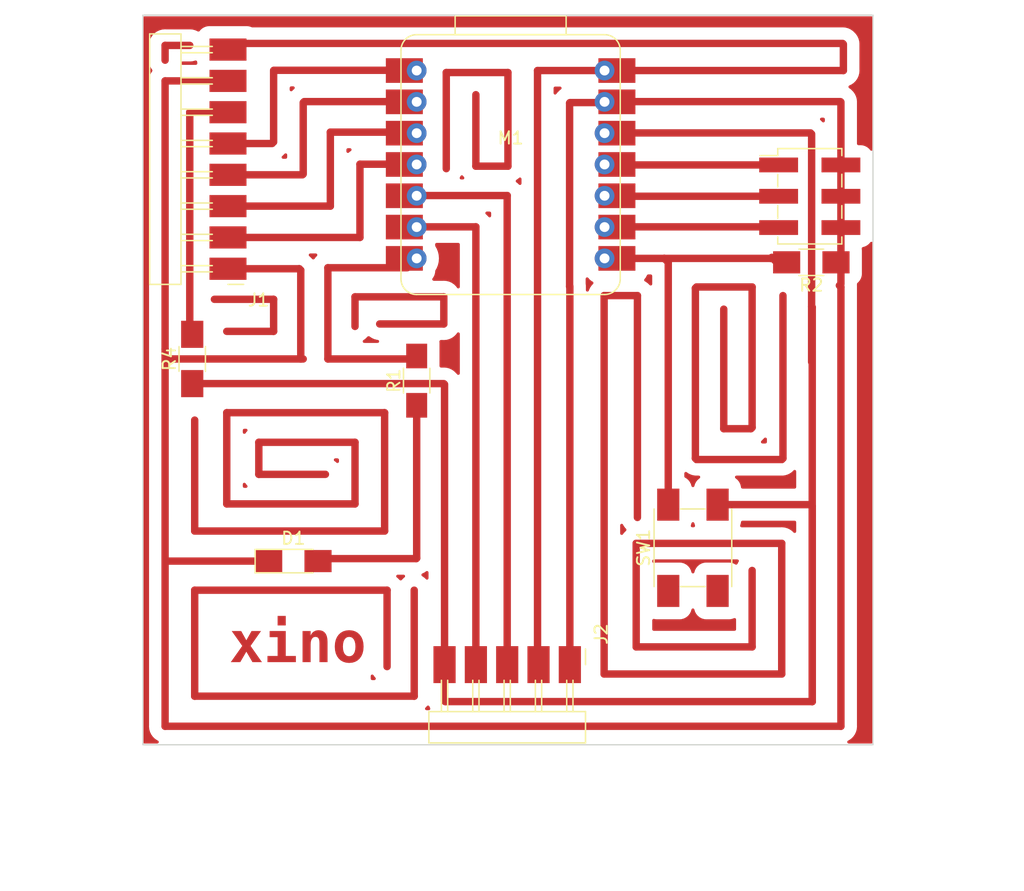
<source format=kicad_pcb>
(kicad_pcb (version 20221018) (generator pcbnew)
  (layers (0 "F.Cu" signal) (31 "B.Cu" signal) (34 "B.Paste" user) (35 "F.Paste" user) (36 "B.SilkS" user "B.Silkscreen") (37 "F.SilkS" user "F.Silkscreen") (38 "B.Mask" user) (39 "F.Mask" user) (44 "Edge.Cuts" user))
  (net 0 "")
  (net 1 "D6{slash}TX")
  (net 2 "PWR_GND")
  (net 3 "AD3")
  (net 4 "AD2")
  (net 5 "AD1")
  (net 6 "AD0")
  (net 7 "PWR_3V3")
  (net 8 "PWR_5V")
  (net 9 "D4{slash}SDL")
  (net 10 "D5{slash}SCL")
  (net 11 "D10")
  (net 12 "D9")
  (net 13 "D8")
  (net 14 "D7")
  (net 15 "Net-(D1-A)")
  (footprint "fab:PinHeader_1x08_P2.54mm_Horizontal_SMD" (layer "F.Cu") (at 15.1 29.12 180)
    (fp_text reference "J1" (at -1.524 -2.54) (layer "F.SilkS") (effects (justify left)))
    (fp_text value "Conn_PinHeader_1x08_P2.54mm_Horizontal_SMD")
    (fp_line (start -1.27 -1.27) (end 0 -1.27) (stroke (width 0.12)) (layer "F.SilkS"))
    (fp_line (start 3.81 -1.27) (end 6.35 -1.27) (stroke (width 0.12)) (layer "F.SilkS"))
    (fp_line (start 3.81 -0.254) (end 1.27 -0.254) (stroke (width 0.12)) (layer "F.SilkS"))
    (fp_line (start 3.81 0.254) (end 1.27 0.254) (stroke (width 0.12)) (layer "F.SilkS"))
    (fp_line (start 3.81 2.286) (end 1.27 2.286) (stroke (width 0.12)) (layer "F.SilkS"))
    (fp_line (start 3.81 2.794) (end 1.27 2.794) (stroke (width 0.12)) (layer "F.SilkS"))
    (fp_line (start 3.81 4.826) (end 1.27 4.826) (stroke (width 0.12)) (layer "F.SilkS"))
    (fp_line (start 3.81 5.334) (end 1.27 5.334) (stroke (width 0.12)) (layer "F.SilkS"))
    (fp_line (start 3.81 7.366) (end 1.27 7.366) (stroke (width 0.12)) (layer "F.SilkS"))
    (fp_line (start 3.81 7.874) (end 1.27 7.874) (stroke (width 0.12)) (layer "F.SilkS"))
    (fp_line (start 3.81 9.906) (end 1.27 9.906) (stroke (width 0.12)) (layer "F.SilkS"))
    (fp_line (start 3.81 10.414) (end 1.27 10.414) (stroke (width 0.12)) (layer "F.SilkS"))
    (fp_line (start 3.81 12.446) (end 1.27 12.446) (stroke (width 0.12)) (layer "F.SilkS"))
    (fp_line (start 3.81 12.954) (end 1.27 12.954) (stroke (width 0.12)) (layer "F.SilkS"))
    (fp_line (start 3.81 14.986) (end 1.27 14.986) (stroke (width 0.12)) (layer "F.SilkS"))
    (fp_line (start 3.81 15.494) (end 1.27 15.494) (stroke (width 0.12)) (layer "F.SilkS"))
    (fp_line (start 3.81 17.526) (end 1.27 17.526) (stroke (width 0.12)) (layer "F.SilkS"))
    (fp_line (start 3.81 18.034) (end 1.27 18.034) (stroke (width 0.12)) (layer "F.SilkS"))
    (fp_line (start 3.81 19.05) (end 3.81 -1.27) (stroke (width 0.12)) (layer "F.SilkS"))
    (fp_line (start 6.35 -1.27) (end 6.35 19.05) (stroke (width 0.12)) (layer "F.SilkS"))
    (fp_line (start 6.35 19.05) (end 3.81 19.05) (stroke (width 0.12)) (layer "F.SilkS"))
    (pad "1" smd rect (at 0 0 180) (size 3 1.8) (layers "F.Cu" "F.Paste" "F.Mask") (net 2 "PWR_GND"))
    (pad "2" smd rect (at 0 2.54 180) (size 3 1.8) (layers "F.Cu" "F.Paste" "F.Mask") (net 3 "AD3"))
    (pad "3" smd rect (at 0 5.08 180) (size 3 1.8) (layers "F.Cu" "F.Paste" "F.Mask") (net 4 "AD2"))
    (pad "4" smd rect (at 0 7.62 180) (size 3 1.8) (layers "F.Cu" "F.Paste" "F.Mask") (net 5 "AD1"))
    (pad "5" smd rect (at 0 10.16 180) (size 3 1.8) (layers "F.Cu" "F.Paste" "F.Mask") (net 6 "AD0"))
    (pad "6" smd rect (at 0 12.7 180) (size 3 1.8) (layers "F.Cu" "F.Paste" "F.Mask") (net 7 "PWR_3V3"))
    (pad "7" smd rect (at 0 15.24 180) (size 3 1.8) (layers "F.Cu" "F.Paste" "F.Mask") (net 2 "PWR_GND"))
    (pad "8" smd rect (at 0 17.78 180) (size 3 1.8) (layers "F.Cu" "F.Paste" "F.Mask") (net 8 "PWR_5V"))
  )
  (footprint "fab:R_1206" (layer "F.Cu") (at 30.4 38.2 90)
    (fp_text reference "R1" (at 0 -1.85 90) (layer "F.SilkS"))
    (fp_text value "R_1000")
    (fp_line (start -1 -1.07) (end 1 -1.07) (stroke (width 0.12)) (layer "F.SilkS"))
    (fp_line (start 1 1.07) (end -1 1.07) (stroke (width 0.12)) (layer "F.SilkS"))
    (pad "1" smd rect (at -2 0 90) (size 2 1.7) (layers "F.Cu" "F.Paste" "F.Mask") (net 15 "Net-(D1-A)"))
    (pad "2" smd rect (at 2 0 90) (size 2 1.7) (layers "F.Cu" "F.Paste" "F.Mask") (net 1 "D6{slash}TX"))
  )
  (footprint "fab:R_1206" (layer "F.Cu") (at 12.2 36.44 90)
    (fp_text reference "R4" (at 0 -1.85 90) (layer "F.SilkS"))
    (fp_text value "R_0")
    (fp_line (start -1 -1.07) (end 1 -1.07) (stroke (width 0.12)) (layer "F.SilkS"))
    (fp_line (start 1 1.07) (end -1 1.07) (stroke (width 0.12)) (layer "F.SilkS"))
    (pad "1" smd rect (at -2 0 90) (size 2.2 1.8) (layers "F.Cu" "F.Paste" "F.Mask") (net 7 "PWR_3V3"))
    (pad "2" smd rect (at 2 0 90) (size 2.2 1.8) (layers "F.Cu" "F.Paste" "F.Mask") (net 7 "PWR_3V3"))
  )
  (footprint "fab:LED_1206" (layer "F.Cu") (at 20.4 52.84)
    (fp_text reference "D1" (at 0 -1.85) (layer "F.SilkS"))
    (fp_text value "LED_1206")
    (fp_line (start -3.1 -0.95) (end -3.1 0.95) (stroke (width 0.12)) (layer "F.SilkS"))
    (fp_line (start -3.1 -0.95) (end 1.6 -0.95) (stroke (width 0.12)) (layer "F.SilkS"))
    (fp_line (start -3.1 0.95) (end 1.6 0.95) (stroke (width 0.12)) (layer "F.SilkS"))
    (pad "1" smd rect (at -2 0) (size 2.2 1.8) (layers "F.Cu" "F.Paste" "F.Mask") (net 2 "PWR_GND"))
    (pad "2" smd rect (at 2 0) (size 2.2 1.8) (layers "F.Cu" "F.Paste" "F.Mask") (net 15 "Net-(D1-A)"))
  )
  (footprint "fab:Button_Omron_B3SN_6.0x6.0mm" (layer "F.Cu") (at 52.8 51.76 90)
    (fp_text reference "SW1" (at 0 -4 90) (layer "F.SilkS"))
    (fp_text value "Button_Omron_B3SN_6.0x6.0mm")
    (fp_line (start -3.15 -3.15) (end 3.15 -3.15) (stroke (width 0.12)) (layer "F.SilkS"))
    (fp_line (start -3.15 1) (end -3.15 -1) (stroke (width 0.12)) (layer "F.SilkS"))
    (fp_line (start 3.15 -1) (end 3.15 1) (stroke (width 0.12)) (layer "F.SilkS"))
    (fp_line (start 3.15 3.15) (end -3.15 3.15) (stroke (width 0.12)) (layer "F.SilkS"))
    (pad "1" smd rect (at -3.5 -2 90) (size 2.6 1.8) (layers "F.Cu" "F.Paste" "F.Mask") (net 14 "D7"))
    (pad "1" smd rect (at 3.5 -2 90) (size 2.6 1.8) (layers "F.Cu" "F.Paste" "F.Mask") (net 14 "D7"))
    (pad "2" smd rect (at -3.5 2 90) (size 2.6 1.8) (layers "F.Cu" "F.Paste" "F.Mask") (net 7 "PWR_3V3"))
    (pad "2" smd rect (at 3.5 2 90) (size 2.6 1.8) (layers "F.Cu" "F.Paste" "F.Mask") (net 7 "PWR_3V3"))
  )
  (footprint "fab:PinHeader_2x03_P2.54mm_Vertical_SMD" (layer "F.Cu") (at 62.275 23.24)
    (fp_text reference "J3" hide)
    (fp_text value "Conn_PinHeader_2x03_P2.54mm_Vertical_SMD")
    (fp_line (start -4.04 -3.3) (end -2.6 -3.3) (stroke (width 0.12)) (layer "F.SilkS"))
    (fp_line (start -2.6 -3.87) (end -2.6 -3.3) (stroke (width 0.12)) (layer "F.SilkS"))
    (fp_line (start -2.6 -3.87) (end 2.6 -3.87) (stroke (width 0.12)) (layer "F.SilkS"))
    (fp_line (start -2.6 -1.78) (end -2.6 -0.76) (stroke (width 0.12)) (layer "F.SilkS"))
    (fp_line (start -2.6 0.76) (end -2.6 1.78) (stroke (width 0.12)) (layer "F.SilkS"))
    (fp_line (start -2.6 3.3) (end -2.6 3.87) (stroke (width 0.12)) (layer "F.SilkS"))
    (fp_line (start -2.6 3.87) (end 2.6 3.87) (stroke (width 0.12)) (layer "F.SilkS"))
    (fp_line (start 2.6 -3.87) (end 2.6 -3.3) (stroke (width 0.12)) (layer "F.SilkS"))
    (fp_line (start 2.6 -1.78) (end 2.6 -0.76) (stroke (width 0.12)) (layer "F.SilkS"))
    (fp_line (start 2.6 0.76) (end 2.6 1.78) (stroke (width 0.12)) (layer "F.SilkS"))
    (fp_line (start 2.6 3.3) (end 2.6 3.87) (stroke (width 0.12)) (layer "F.SilkS"))
    (pad "1" smd rect (at -2.525 -2.54) (size 3.15 1.2) (layers "F.Cu" "F.Paste" "F.Mask") (net 11 "D10"))
    (pad "2" smd rect (at 2.525 -2.54) (size 3.15 1.2) (layers "F.Cu" "F.Paste" "F.Mask") (net 2 "PWR_GND"))
    (pad "3" smd rect (at -2.525 0) (size 3.15 1.2) (layers "F.Cu" "F.Paste" "F.Mask") (net 12 "D9"))
    (pad "4" smd rect (at 2.525 0) (size 3.15 1.2) (layers "F.Cu" "F.Paste" "F.Mask") (net 2 "PWR_GND"))
    (pad "5" smd rect (at -2.525 2.54) (size 3.15 1.2) (layers "F.Cu" "F.Paste" "F.Mask") (net 13 "D8"))
    (pad "6" smd rect (at 2.525 2.54) (size 3.15 1.2) (layers "F.Cu" "F.Paste" "F.Mask") (net 2 "PWR_GND"))
  )
  (footprint "fab:R_1206" (layer "F.Cu") (at 62.4 28.6 180)
    (fp_text reference "R2" (at 0 -1.85) (layer "F.SilkS"))
    (fp_text value "R_500")
    (fp_line (start -1 -1.07) (end 1 -1.07) (stroke (width 0.12)) (layer "F.SilkS"))
    (fp_line (start 1 1.07) (end -1 1.07) (stroke (width 0.12)) (layer "F.SilkS"))
    (pad "1" smd rect (at -2 0 180) (size 2.2 1.8) (layers "F.Cu" "F.Paste" "F.Mask") (net 2 "PWR_GND"))
    (pad "2" smd rect (at 2 0 180) (size 2.2 1.8) (layers "F.Cu" "F.Paste" "F.Mask") (net 14 "D7"))
  )
  (footprint "fab:SeedStudio_XIAO" (layer "F.Cu") (at 38.015 20.66)
    (fp_text reference "M1" (at 0.0025 -2.149 unlocked) (layer "F.SilkS"))
    (fp_text value "Module_XIAO-RP2040")
    (fp_line (start -8.8875 9.281) (end -8.8875 -9.261) (stroke (width 0.12)) (layer "F.SilkS"))
    (fp_line (start -7.6175 -10.531) (end 7.6225 -10.531) (stroke (width 0.12)) (layer "F.SilkS"))
    (fp_line (start 7.6225 10.551) (end -7.6175 10.551) (stroke (width 0.12)) (layer "F.SilkS"))
    (fp_line (start 8.8925 -9.261) (end 8.8925 9.281) (stroke (width 0.12)) (layer "F.SilkS"))
    (fp_rect (start -4.4975 -10.531) (end 4.5025 -12.055) (stroke (width 0.12)) (fill none) (layer "F.SilkS"))
    (fp_arc (start -8.8875 -9.261) (mid -8.515526 -10.159026) (end -7.6175 -10.531) (stroke (width 0.12)) (layer "F.SilkS"))
    (fp_arc (start -7.6175 10.551) (mid -8.515526 10.179026) (end -8.8875 9.281) (stroke (width 0.12)) (layer "F.SilkS"))
    (fp_arc (start 7.6225 -10.531) (mid 8.520526 -10.159026) (end 8.8925 -9.261) (stroke (width 0.12)) (layer "F.SilkS"))
    (fp_arc (start 8.8925 9.281) (mid 8.520526 10.179026) (end 7.6225 10.551) (stroke (width 0.12)) (layer "F.SilkS"))
    (pad "1" thru_hole circle (at -7.615 -7.62) (size 1.6 1.6) (drill 0.8) (layers "*.Cu" "*.Mask") (net 6 "AD0"))
    (pad "1" smd rect (at -7.615 -7.62) (size 3 2) (drill (offset -1 0)) (layers "F.Cu" "F.Paste" "F.Mask") (net 6 "AD0"))
    (pad "2" thru_hole circle (at -7.615 -5.08) (size 1.6 1.6) (drill 0.8) (layers "*.Cu" "*.Mask") (net 5 "AD1"))
    (pad "2" smd rect (at -7.615 -5.08) (size 3 2) (drill (offset -1 0)) (layers "F.Cu" "F.Paste" "F.Mask") (net 5 "AD1"))
    (pad "3" thru_hole circle (at -7.615 -2.54) (size 1.6 1.6) (drill 0.8) (layers "*.Cu" "*.Mask") (net 4 "AD2"))
    (pad "3" smd rect (at -7.615 -2.54) (size 3 2) (drill (offset -1 0)) (layers "F.Cu" "F.Paste" "F.Mask") (net 4 "AD2"))
    (pad "4" thru_hole circle (at -7.615 0) (size 1.6 1.6) (drill 0.8) (layers "*.Cu" "*.Mask") (net 3 "AD3"))
    (pad "4" smd rect (at -7.615 0) (size 3 2) (drill (offset -1 0)) (layers "F.Cu" "F.Paste" "F.Mask") (net 3 "AD3"))
    (pad "5" thru_hole circle (at -7.615 2.54) (size 1.6 1.6) (drill 0.8) (layers "*.Cu" "*.Mask") (net 9 "D4{slash}SDL"))
    (pad "5" smd rect (at -7.615 2.54) (size 3 2) (drill (offset -1 0)) (layers "F.Cu" "F.Paste" "F.Mask") (net 9 "D4{slash}SDL"))
    (pad "6" thru_hole circle (at -7.615 5.08) (size 1.6 1.6) (drill 0.8) (layers "*.Cu" "*.Mask") (net 10 "D5{slash}SCL"))
    (pad "6" smd rect (at -7.615 5.08) (size 3 2) (drill (offset -1 0)) (layers "F.Cu" "F.Paste" "F.Mask") (net 10 "D5{slash}SCL"))
    (pad "7" thru_hole circle (at -7.615 7.62) (size 1.6 1.6) (drill 0.8) (layers "*.Cu" "*.Mask") (net 1 "D6{slash}TX"))
    (pad "7" smd rect (at -7.615 7.62) (size 3 2) (drill (offset -1 0)) (layers "F.Cu" "F.Paste" "F.Mask") (net 1 "D6{slash}TX"))
    (pad "8" thru_hole circle (at 7.62 7.62) (size 1.6 1.6) (drill 0.8) (layers "*.Cu" "*.Mask") (net 14 "D7"))
    (pad "8" smd rect (at 9.62 7.62) (size 3 2) (drill (offset -1 0)) (layers "F.Cu" "F.Paste" "F.Mask") (net 14 "D7"))
    (pad "9" thru_hole circle (at 7.62 5.08) (size 1.6 1.6) (drill 0.8) (layers "*.Cu" "*.Mask") (net 13 "D8"))
    (pad "9" smd rect (at 9.62 5.08) (size 3 2) (drill (offset -1 0)) (layers "F.Cu" "F.Paste" "F.Mask") (net 13 "D8"))
    (pad "10" thru_hole circle (at 7.62 2.54) (size 1.6 1.6) (drill 0.8) (layers "*.Cu" "*.Mask") (net 12 "D9"))
    (pad "10" smd rect (at 9.62 2.54) (size 3 2) (drill (offset -1 0)) (layers "F.Cu" "F.Paste" "F.Mask") (net 12 "D9"))
    (pad "11" thru_hole circle (at 7.62 0) (size 1.6 1.6) (drill 0.8) (layers "*.Cu" "*.Mask") (net 11 "D10"))
    (pad "11" smd rect (at 9.62 0) (size 3 2) (drill (offset -1 0)) (layers "F.Cu" "F.Paste" "F.Mask") (net 11 "D10"))
    (pad "12" thru_hole circle (at 7.62 -2.54) (size 1.6 1.6) (drill 0.8) (layers "*.Cu" "*.Mask") (net 7 "PWR_3V3"))
    (pad "12" smd rect (at 9.62 -2.54) (size 3 2) (drill (offset -1 0)) (layers "F.Cu" "F.Paste" "F.Mask") (net 7 "PWR_3V3"))
    (pad "13" thru_hole circle (at 7.62 -5.08) (size 1.6 1.6) (drill 0.8) (layers "*.Cu" "*.Mask") (net 2 "PWR_GND"))
    (pad "13" smd rect (at 9.62 -5.08) (size 3 2) (drill (offset -1 0)) (layers "F.Cu" "F.Paste" "F.Mask") (net 2 "PWR_GND"))
    (pad "14" thru_hole circle (at 7.62 -7.62) (size 1.6 1.6) (drill 0.8) (layers "*.Cu" "*.Mask") (net 8 "PWR_5V"))
    (pad "14" smd rect (at 9.62 -7.62) (size 3 2) (drill (offset -1 0)) (layers "F.Cu" "F.Paste" "F.Mask") (net 8 "PWR_5V"))
  )
  (footprint "fab:PinHeader_1x05_P2.54mm_Horizontal_SMD" (layer "F.Cu") (at 42.82 61.24 -90)
    (fp_text reference "J2" (at -1.524 -2.54 90) (layer "F.SilkS") (effects (justify left)))
    (fp_text value "Conn_PinHeader_1x05_P2.54mm_Horizontal_SMD")
    (fp_line (start -1.27 -1.27) (end 0 -1.27) (stroke (width 0.12)) (layer "F.SilkS"))
    (fp_line (start 3.81 -1.27) (end 6.35 -1.27) (stroke (width 0.12)) (layer "F.SilkS"))
    (fp_line (start 3.81 -0.254) (end 1.27 -0.254) (stroke (width 0.12)) (layer "F.SilkS"))
    (fp_line (start 3.81 0.254) (end 1.27 0.254) (stroke (width 0.12)) (layer "F.SilkS"))
    (fp_line (start 3.81 2.286) (end 1.27 2.286) (stroke (width 0.12)) (layer "F.SilkS"))
    (fp_line (start 3.81 2.794) (end 1.27 2.794) (stroke (width 0.12)) (layer "F.SilkS"))
    (fp_line (start 3.81 4.826) (end 1.27 4.826) (stroke (width 0.12)) (layer "F.SilkS"))
    (fp_line (start 3.81 5.334) (end 1.27 5.334) (stroke (width 0.12)) (layer "F.SilkS"))
    (fp_line (start 3.81 7.366) (end 1.27 7.366) (stroke (width 0.12)) (layer "F.SilkS"))
    (fp_line (start 3.81 7.874) (end 1.27 7.874) (stroke (width 0.12)) (layer "F.SilkS"))
    (fp_line (start 3.81 9.906) (end 1.27 9.906) (stroke (width 0.12)) (layer "F.SilkS"))
    (fp_line (start 3.81 10.414) (end 1.27 10.414) (stroke (width 0.12)) (layer "F.SilkS"))
    (fp_line (start 3.81 11.43) (end 3.81 -1.27) (stroke (width 0.12)) (layer "F.SilkS"))
    (fp_line (start 6.35 -1.27) (end 6.35 11.43) (stroke (width 0.12)) (layer "F.SilkS"))
    (fp_line (start 6.35 11.43) (end 3.81 11.43) (stroke (width 0.12)) (layer "F.SilkS"))
    (pad "1" smd rect (at 0 0 270) (size 3 1.8) (layers "F.Cu" "F.Paste" "F.Mask") (net 2 "PWR_GND"))
    (pad "2" smd rect (at 0 2.54 270) (size 3 1.8) (layers "F.Cu" "F.Paste" "F.Mask") (net 8 "PWR_5V"))
    (pad "3" smd rect (at 0 5.08 270) (size 3 1.8) (layers "F.Cu" "F.Paste" "F.Mask") (net 9 "D4{slash}SDL"))
    (pad "4" smd rect (at 0 7.62 270) (size 3 1.8) (layers "F.Cu" "F.Paste" "F.Mask") (net 10 "D5{slash}SCL"))
    (pad "5" smd rect (at 0 10.16 270) (size 3 1.8) (layers "F.Cu" "F.Paste" "F.Mask") (net 7 "PWR_3V3"))
  )
  (gr_rect (start 8.2 8.54) (end 67.4 67.74) (stroke (width 0.1)) (fill none) (layer "Edge.Cuts"))
  (gr_text "xino" (at 15.2 61.6) (layer "F.Cu") (effects (font (size 3.3 3.3) (thickness 0.3) bold) (justify left bottom)))
  (segment (start 25.4 33.8) (end 25.4 31.4) (width 0.6) (layer "F.Cu") (net 0))
  (segment (start 25.4 48.2) (end 25.4 43.2) (width 0.6) (layer "F.Cu") (net 0))
  (segment (start 57.6 59.8) (end 57.6 53.6) (width 0.6) (layer "F.Cu") (net 0))
  (segment (start 17.6 43.2) (end 17.6 45.8) (width 0.6) (layer "F.Cu") (net 0))
  (segment (start 57.5 42.1) (end 55.3 42.1) (width 0.6) (layer "F.Cu") (net 0))
  (segment (start 48.2 51.4) (end 48.2 59.8) (width 0.6) (layer "F.Cu") (net 0))
  (segment (start 37.8 13.2) (end 37.8 20.8) (width 0.6) (layer "F.Cu") (net 0))
  (segment (start 15 40.8) (end 15 48.2) (width 0.6) (layer "F.Cu") (net 0))
  (segment (start 55.3 42.1) (end 55.3 32.4) (width 0.6) (layer "F.Cu") (net 0))
  (segment (start 28 55.2) (end 28 61.4) (width 0.6) (layer "F.Cu") (net 0))
  (segment (start 45.6 31.3) (end 48.3 31.3) (width 0.6) (layer "F.Cu") (net 0))
  (segment (start 25.4 43.2) (end 17.6 43.2) (width 0.6) (layer "F.Cu") (net 0))
  (segment (start 12.4 63.8) (end 12.4 55.2) (width 0.6) (layer "F.Cu") (net 0))
  (segment (start 60 51.4) (end 48.2 51.4) (width 0.6) (layer "F.Cu") (net 0))
  (segment (start 60 62) (end 60 51.4) (width 0.6) (layer "F.Cu") (net 0))
  (segment (start 14 31.6) (end 18.8 31.6) (width 0.6) (layer "F.Cu") (net 0))
  (segment (start 27.8 40.8) (end 15 40.8) (width 0.6) (layer "F.Cu") (net 0))
  (segment (start 37.8 20.8) (end 35.2 20.8) (width 0.6) (layer "F.Cu") (net 0))
  (segment (start 57.6 30.6) (end 57.6 42) (width 0.6) (layer "F.Cu") (net 0))
  (segment (start 53 44.5) (end 53 30.7) (width 0.6) (layer "F.Cu") (net 0))
  (segment (start 45.6 31.3) (end 45.6 62) (width 0.6) (layer "F.Cu") (net 0))
  (segment (start 32.6 33.6) (end 27.4 33.6) (width 0.6) (layer "F.Cu") (net 0))
  (segment (start 12.4 41.4) (end 12.4 50.4) (width 0.6) (layer "F.Cu") (net 0))
  (segment (start 32.6 31.4) (end 32.6 33.6) (width 0.6) (layer "F.Cu") (net 0))
  (segment (start 45.6 62) (end 60 62) (width 0.6) (layer "F.Cu") (net 0))
  (segment (start 35.2 20.8) (end 35.2 15) (width 0.6) (layer "F.Cu") (net 0))
  (segment (start 12.4 50.4) (end 27.8 50.4) (width 0.6) (layer "F.Cu") (net 0))
  (segment (start 17.6 45.8) (end 23 45.8) (width 0.6) (layer "F.Cu") (net 0))
  (segment (start 60 44.6) (end 53.1 44.6) (width 0.6) (layer "F.Cu") (net 0))
  (segment (start 10 12.2) (end 10 11) (width 0.6) (layer "F.Cu") (net 0))
  (segment (start 12.4 55.2) (end 28 55.2) (width 0.6) (layer "F.Cu") (net 0))
  (segment (start 10 11) (end 12 11) (width 0.6) (layer "F.Cu") (net 0))
  (segment (start 30.2 63.8) (end 12.4 63.8) (width 0.6) (layer "F.Cu") (net 0))
  (segment (start 53.1 44.6) (end 53 44.5) (width 0.6) (layer "F.Cu") (net 0))
  (segment (start 53 30.7) (end 53.1 30.6) (width 0.6) (layer "F.Cu") (net 0))
  (segment (start 32.8 21) (end 32.8 13.2) (width 0.6) (layer "F.Cu") (net 0))
  (segment (start 15 48.2) (end 25.4 48.2) (width 0.6) (layer "F.Cu") (net 0))
  (segment (start 18.8 31.6) (end 18.8 34.2) (width 0.6) (layer "F.Cu") (net 0))
  (segment (start 27.8 50.4) (end 27.8 40.8) (width 0.6) (layer "F.Cu") (net 0))
  (segment (start 53.1 30.6) (end 57.6 30.6) (width 0.6) (layer "F.Cu") (net 0))
  (segment (start 30.2 55.2) (end 30.2 63.8) (width 0.6) (layer "F.Cu") (net 0))
  (segment (start 57.6 42) (end 57.5 42.1) (width 0.6) (layer "F.Cu") (net 0))
  (segment (start 32.8 13.2) (end 37.8 13.2) (width 0.6) (layer "F.Cu") (net 0))
  (segment (start 48.2 59.8) (end 57.6 59.8) (width 0.6) (layer "F.Cu") (net 0))
  (segment (start 48.3 31.3) (end 48.3 49.3) (width 0.6) (layer "F.Cu") (net 0))
  (segment (start 60.1 44.5) (end 60 44.6) (width 0.6) (layer "F.Cu") (net 0))
  (segment (start 25.4 31.4) (end 32.6 31.4) (width 0.6) (layer "F.Cu") (net 0))
  (segment (start 60.1 31.3) (end 60.1 44.5) (width 0.6) (layer "F.Cu") (net 0))
  (segment (start 18.8 34.2) (end 15 34.2) (width 0.6) (layer "F.Cu") (net 0))
  (segment (start 30.405 28.26) (end 29.625 29.04) (width 0.4) (layer "F.Cu") (net 1))
  (segment (start 23.2 29.04) (end 23.2 36.44) (width 0.6) (layer "F.Cu") (net 1))
  (segment (start 23.2 36.44) (end 30.16 36.44) (width 0.6) (layer "F.Cu") (net 1))
  (segment (start 29.625 29.04) (end 23.2 29.04) (width 0.6) (layer "F.Cu") (net 1))
  (segment (start 30.16 36.44) (end 30.4 36.2) (width 0.6) (layer "F.Cu") (net 1))
  (segment (start 64.675 30.48) (end 64.8 30.355) (width 0.4) (layer "F.Cu") (net 2))
  (segment (start 64.76 15.56) (end 64.8 15.6) (width 0.4) (layer "F.Cu") (net 2))
  (segment (start 10 36.24) (end 10.2 36.44) (width 0.4) (layer "F.Cu") (net 2))
  (segment (start 10 35.64) (end 10 66.24) (width 0.6) (layer "F.Cu") (net 2))
  (segment (start 19 52.84) (end 10.2 52.84) (width 0.6) (layer "F.Cu") (net 2))
  (segment (start 64.8 66.24) (end 64.8 30.605) (width 0.6) (layer "F.Cu") (net 2))
  (segment (start 42.84 15.64) (end 45.56 15.64) (width 0.6) (layer "F.Cu") (net 2))
  (segment (start 42.82 30.58) (end 42.82 61.24) (width 0.6) (layer "F.Cu") (net 2))
  (segment (start 42.8 30.56) (end 42.82 30.58) (width 0.6) (layer "F.Cu") (net 2))
  (segment (start 64.8 23.24) (end 64.8 25.78) (width 0.6) (layer "F.Cu") (net 2))
  (segment (start 20.88 29.12) (end 16.3 29.12) (width 0.6) (layer "F.Cu") (net 2))
  (segment (start 21 29.24) (end 21 36.44) (width 0.6) (layer "F.Cu") (net 2))
  (segment (start 15.1 13.88) (end 10 13.88) (width 0.6) (layer "F.Cu") (net 2))
  (segment (start 21 29.24) (end 20.88 29.12) (width 0.6) (layer "F.Cu") (net 2))
  (segment (start 42.84 15.64) (end 42.8 15.68) (width 0.6) (layer "F.Cu") (net 2))
  (segment (start 64.8 30.355) (end 64.8 25.78) (width 0.6) (layer "F.Cu") (net 2))
  (segment (start 10 13.88) (end 10 35.64) (width 0.6) (layer "F.Cu") (net 2))
  (segment (start 21.2 36.44) (end 10.2 36.44) (width 0.6) (layer "F.Cu") (net 2))
  (segment (start 64.8 30.605) (end 64.675 30.48) (width 0.6) (layer "F.Cu") (net 2))
  (segment (start 64.8 20.7) (end 64.8 23.24) (width 0.6) (layer "F.Cu") (net 2))
  (segment (start 64.8 15.6) (end 64.8 20.7) (width 0.6) (layer "F.Cu") (net 2))
  (segment (start 10 35.64) (end 10 36.24) (width 0.4) (layer "F.Cu") (net 2))
  (segment (start 10 66.24) (end 64.8 66.24) (width 0.6) (layer "F.Cu") (net 2))
  (segment (start 42.8 15.68) (end 42.8 30.56) (width 0.6) (layer "F.Cu") (net 2))
  (segment (start 45.56 15.64) (end 45.64 15.56) (width 0.4) (layer "F.Cu") (net 2))
  (segment (start 45.64 15.56) (end 64.76 15.56) (width 0.6) (layer "F.Cu") (net 2))
  (segment (start 25.8 26.58) (end 25.8 20.64) (width 0.6) (layer "F.Cu") (net 3))
  (segment (start 25.8 20.64) (end 30.405 20.64) (width 0.6) (layer "F.Cu") (net 3))
  (segment (start 15.1 26.58) (end 25.8 26.58) (width 0.6) (layer "F.Cu") (net 3))
  (segment (start 30.345 18.04) (end 30.405 18.1) (width 0.4) (layer "F.Cu") (net 4))
  (segment (start 15.1 24.04) (end 23.4 24.04) (width 0.6) (layer "F.Cu") (net 4))
  (segment (start 23.4 24.04) (end 23.4 18.04) (width 0.6) (layer "F.Cu") (net 4))
  (segment (start 23.4 18.04) (end 30.345 18.04) (width 0.6) (layer "F.Cu") (net 4))
  (segment (start 21.14 21.5) (end 21.2 21.44) (width 0.4) (layer "F.Cu") (net 5))
  (segment (start 21.2 21.44) (end 21.2 15.64) (width 0.6) (layer "F.Cu") (net 5))
  (segment (start 21.2 15.64) (end 21.28 15.56) (width 0.4) (layer "F.Cu") (net 5))
  (segment (start 15.1 21.5) (end 21.14 21.5) (width 0.6) (layer "F.Cu") (net 5))
  (segment (start 21.28 15.56) (end 30.725 15.56) (width 0.6) (layer "F.Cu") (net 5))
  (segment (start 18.82 13.02) (end 30.405 13.02) (width 0.6) (layer "F.Cu") (net 6))
  (segment (start 18.8 18.84) (end 18.8 13.04) (width 0.6) (layer "F.Cu") (net 6))
  (segment (start 18.68 18.96) (end 18.8 18.84) (width 0.4) (layer "F.Cu") (net 6))
  (segment (start 15.1 18.96) (end 18.68 18.96) (width 0.6) (layer "F.Cu") (net 6))
  (segment (start 18.8 13.04) (end 18.82 13.02) (width 0.4) (layer "F.Cu") (net 6))
  (segment (start 13 38.44) (end 32.6 38.44) (width 0.6) (layer "F.Cu") (net 7))
  (segment (start 62.3675 18.1325) (end 62.335 18.1) (width 0.4) (layer "F.Cu") (net 7))
  (segment (start 62.475 64.24) (end 62.475 32.25) (width 0.6) (layer "F.Cu") (net 7))
  (segment (start 62.475 32.25) (end 62.425 32.2) (width 0.6) (layer "F.Cu") (net 7))
  (segment (start 32.66 64.18) (end 32.72 64.24) (width 0.6) (layer "F.Cu") (net 7))
  (segment (start 62.475 64.24) (end 62.475 48.4) (width 0.6) (layer "F.Cu") (net 7))
  (segment (start 62.335 18.1) (end 45.64 18.1) (width 0.6) (layer "F.Cu") (net 7))
  (segment (start 12 16.42) (end 12 33.44) (width 0.6) (layer "F.Cu") (net 7))
  (segment (start 32.72 64.24) (end 62.475 64.24) (width 0.6) (layer "F.Cu") (net 7))
  (segment (start 32.6 38.44) (end 32.66 38.5) (width 0.4) (layer "F.Cu") (net 7))
  (segment (start 62.425 36.69) (end 62.425 18.19) (width 0.6) (layer "F.Cu") (net 7))
  (segment (start 62.335 48.26) (end 54.8 48.26) (width 0.6) (layer "F.Cu") (net 7))
  (segment (start 62.425 18.19) (end 62.335 18.1) (width 0.4) (layer "F.Cu") (net 7))
  (segment (start 32.66 38.5) (end 32.66 64.18) (width 0.6) (layer "F.Cu") (net 7))
  (segment (start 15.1 16.42) (end 12 16.42) (width 0.6) (layer "F.Cu") (net 7))
  (segment (start 62.475 48.4) (end 62.335 48.26) (width 0.6) (layer "F.Cu") (net 7))
  (segment (start 65 10.9) (end 64.94 10.84) (width 0.4) (layer "F.Cu") (net 8))
  (segment (start 15.6 10.84) (end 15.1 11.34) (width 0.4) (layer "F.Cu") (net 8))
  (segment (start 40.2 13.04) (end 65 13.04) (width 0.6) (layer "F.Cu") (net 8))
  (segment (start 40.28 61.24) (end 40.2 61.16) (width 0.4) (layer "F.Cu") (net 8))
  (segment (start 40.2 61.16) (end 40.2 13.04) (width 0.6) (layer "F.Cu") (net 8))
  (segment (start 64.94 10.84) (end 15.6 10.84) (width 0.6) (layer "F.Cu") (net 8))
  (segment (start 65 13.04) (end 65 10.9) (width 0.6) (layer "F.Cu") (net 8))
  (segment (start 37.74 23.18) (end 37.74 61.24) (width 0.6) (layer "F.Cu") (net 9))
  (segment (start 30.405 23.18) (end 37.74 23.18) (width 0.6) (layer "F.Cu") (net 9))
  (segment (start 35.2 25.72) (end 35.2 61.44) (width 0.6) (layer "F.Cu") (net 10))
  (segment (start 30.405 25.72) (end 35.2 25.72) (width 0.6) (layer "F.Cu") (net 10))
  (segment (start 45.7 20.7) (end 45.64 20.64) (width 0.4) (layer "F.Cu") (net 11))
  (segment (start 58.675 20.7) (end 45.7 20.7) (width 0.6) (layer "F.Cu") (net 11))
  (segment (start 45.7 23.24) (end 58.675 23.24) (width 0.6) (layer "F.Cu") (net 12))
  (segment (start 45.64 23.18) (end 45.7 23.24) (width 0.4) (layer "F.Cu") (net 12))
  (segment (start 45.64 25.72) (end 58.615 25.72) (width 0.6) (layer "F.Cu") (net 13))
  (segment (start 59.69 25.72) (end 59.75 25.78) (width 0.4) (layer "F.Cu") (net 13))
  (segment (start 59.12 28.28) (end 59.2 28.2) (width 0.6) (layer "F.Cu") (net 14))
  (segment (start 59.6 28.6) (end 60.4 28.6) (width 0.6) (layer "F.Cu") (net 14))
  (segment (start 50.8 28.6) (end 50.48 28.28) (width 0.6) (layer "F.Cu") (net 14))
  (segment (start 50.48 28.28) (end 45.635 28.28) (width 0.6) (layer "F.Cu") (net 14))
  (segment (start 50.48 28.28) (end 59.12 28.28) (width 0.6) (layer "F.Cu") (net 14))
  (segment (start 59.2 28.2) (end 59.6 28.6) (width 0.6) (layer "F.Cu") (net 14))
  (segment (start 50.8 48.26) (end 50.8 28.6) (width 0.6) (layer "F.Cu") (net 14))
  (segment (start 30.4 52.6) (end 30.36 52.64) (width 0.6) (layer "F.Cu") (net 15))
  (segment (start 30.36 52.64) (end 23.2 52.64) (width 0.6) (layer "F.Cu") (net 15))
  (segment (start 23.2 52.64) (end 23 52.84) (width 0.4) (layer "F.Cu") (net 15))
  (segment (start 30.4 40.8) (end 30.4 52.6) (width 0.6) (layer "F.Cu") (net 15))
  (zone (net 0) (net_name "") (layer "F.Cu") (connect_pads (clearance 0.5)) (min_thickness 0.25) (fill yes (thermal_gap 0.5) (thermal_bridge_width 0.5) (island_removal_mode 1) (island_area_min 10))
    (polygon (pts (xy 8.2 8.64) (xy 67.4 8.64) (xy 67.4 67.64) (xy 8.2 67.64) (xy 8.2 8.04) (xy 8.2 9.04)))
  )
)
</source>
